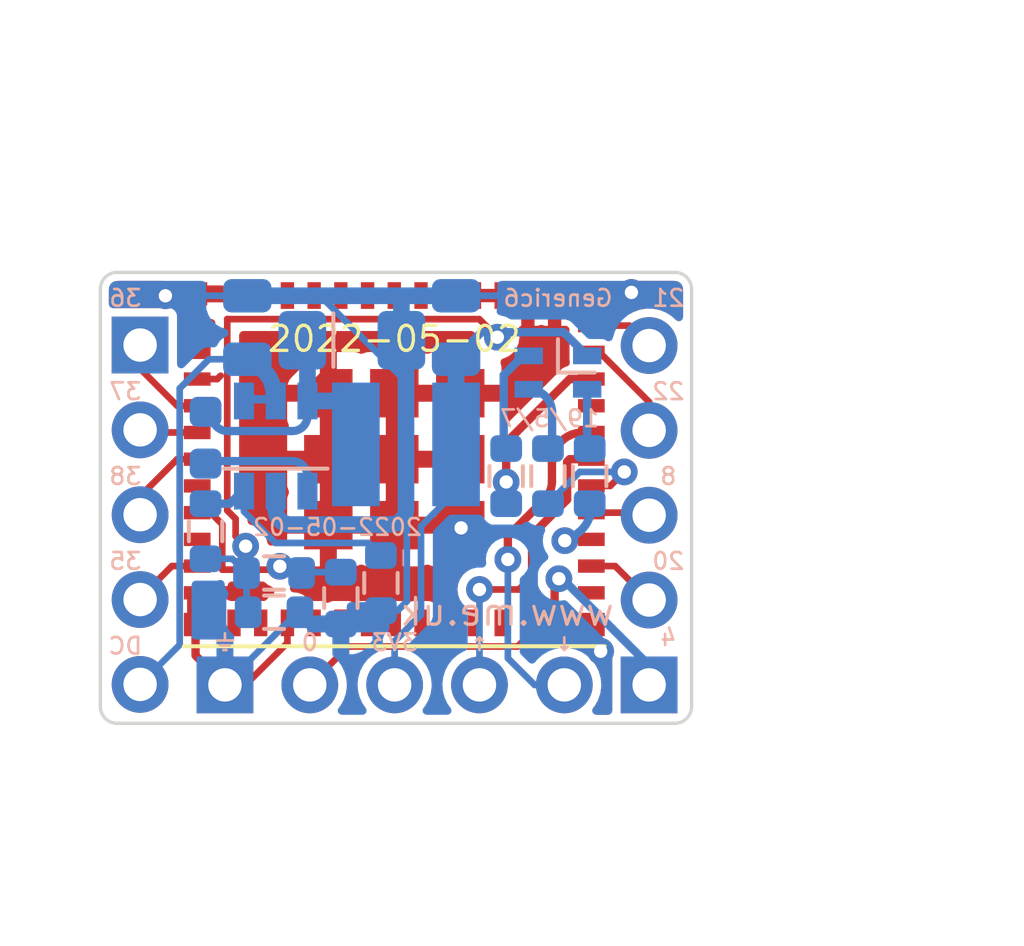
<source format=kicad_pcb>
(kicad_pcb (version 20211014) (generator pcbnew)
  (title_block (title "Generic ESP32-PICO-MINI Module") (date "${DATE}") (rev "1") (company "Adrian Kennard, Andrews & Arnold Ltd"))
  (layers (0 "F.Cu" signal) (31 "B.Cu" signal) (34 "B.Paste" user) (35 "F.Paste" user) (36 "B.SilkS" user "B.Silkscreen") (37 "F.SilkS" user "F.Silkscreen") (38 "B.Mask" user) (39 "F.Mask" user) (44 "Edge.Cuts" user))
  (property "DATE" "2022-05-02")
  (net 0 "")
  (net 1 "GND")
  (net 2 "TX")
  (net 3 "RX")
  (net 4 "Net-(D1-Pad2)")
  (net 6 "DC")
  (net 8 "EN")
  (net 11 "IO4")
  (net 13 "IO3")
  (net 14 "IO2")
  (net 16 "IO1")
  (net 17 "Net-(D1-Pad3)")
  (net 18 "Net-(D1-Pad4)")
  (net 19 "GPIO0")
  (net 20 "IO5")
  (net 24 "R")
  (net 25 "G")
  (net 26 "B")
  (net 28 "+3V3")
  (net 29 "Net-(R5-Pad2)")
  (net 33 "IO6")
  (net 34 "IO7")
  (net 35 "IO8")
  (net 36 "IO9")
  (footprint "RevK:ESP32-PICO-MINI-02" (layer "F.Cu") (at 100 44.19325)
    (fp_text reference "U1" hide)
    (fp_text value "ESP32-PICO-MINI-02")
    (fp_text user "${DATE}" (at 0 -3.6 unlocked) (layer "F.SilkS") (effects (font (size 0.75 0.75) (thickness 0.1))))
    (fp_line (start -6.3 5.6) (end 6.3 5.6) (layer "F.SilkS") (width 0.12))
    (pad "1" smd rect (at -5.9 -4) (size 0.8 0.4) (layers "F.Cu" "F.Paste" "F.Mask") (net 1 "GND"))
    (pad "2" smd rect (at -5.9 -3.2) (size 0.8 0.4) (layers "F.Cu" "F.Paste" "F.Mask") (net 1 "GND"))
    (pad "3" smd rect (at -5.9 -2.4) (size 0.8 0.4) (layers "F.Cu" "F.Paste" "F.Mask") (net 28 "+3V3"))
    (pad "4" smd rect (at -5.9 -1.6) (size 0.8 0.4) (layers "F.Cu" "F.Paste" "F.Mask") (net 33 "IO6"))
    (pad "5" smd rect (at -5.9 -0.8) (size 0.8 0.4) (layers "F.Cu" "F.Paste" "F.Mask") (net 34 "IO7"))
    (pad "6" smd rect (at -5.9 0) (size 0.8 0.4) (layers "F.Cu" "F.Paste" "F.Mask") (net 35 "IO8"))
    (pad "7" smd rect (at -5.9 0.8) (size 0.8 0.4) (layers "F.Cu" "F.Paste" "F.Mask"))
    (pad "8" smd rect (at -5.9 1.6) (size 0.8 0.4) (layers "F.Cu" "F.Paste" "F.Mask") (net 8 "EN"))
    (pad "9" smd rect (at -5.9 2.4) (size 0.8 0.4) (layers "F.Cu" "F.Paste" "F.Mask"))
    (pad "10" smd rect (at -5.9 3.2) (size 0.8 0.4) (layers "F.Cu" "F.Paste" "F.Mask") (net 36 "IO9"))
    (pad "11" smd rect (at -5.9 4) (size 0.8 0.4) (layers "F.Cu" "F.Paste" "F.Mask") (net 1 "GND"))
    (pad "12" smd rect (at -4.8 4.9) (size 0.4 0.8) (layers "F.Cu" "F.Paste" "F.Mask"))
    (pad "13" smd rect (at -4 4.9) (size 0.4 0.8) (layers "F.Cu" "F.Paste" "F.Mask"))
    (pad "14" smd rect (at -3.2 4.9) (size 0.4 0.8) (layers "F.Cu" "F.Paste" "F.Mask") (net 1 "GND"))
    (pad "15" smd rect (at -2.4 4.9) (size 0.4 0.8) (layers "F.Cu" "F.Paste" "F.Mask"))
    (pad "16" smd rect (at -1.6 4.9) (size 0.4 0.8) (layers "F.Cu" "F.Paste" "F.Mask"))
    (pad "17" smd rect (at -0.8 4.9) (size 0.4 0.8) (layers "F.Cu" "F.Paste" "F.Mask"))
    (pad "18" smd rect (at 0 4.9) (size 0.4 0.8) (layers "F.Cu" "F.Paste" "F.Mask"))
    (pad "19" smd rect (at 0.8 4.9) (size 0.4 0.8) (layers "F.Cu" "F.Paste" "F.Mask"))
    (pad "20" smd rect (at 1.6 4.9) (size 0.4 0.8) (layers "F.Cu" "F.Paste" "F.Mask"))
    (pad "21" smd rect (at 2.4 4.9) (size 0.4 0.8) (layers "F.Cu" "F.Paste" "F.Mask"))
    (pad "22" smd rect (at 3.2 4.9) (size 0.4 0.8) (layers "F.Cu" "F.Paste" "F.Mask"))
    (pad "23" smd rect (at 4 4.9) (size 0.4 0.8) (layers "F.Cu" "F.Paste" "F.Mask") (net 19 "GPIO0"))
    (pad "24" smd rect (at 4.8 4.9) (size 0.4 0.8) (layers "F.Cu" "F.Paste" "F.Mask") (net 16 "IO1"))
    (pad "25" smd rect (at 5.9 4) (size 0.8 0.4) (layers "F.Cu" "F.Paste" "F.Mask"))
    (pad "26" smd rect (at 5.9 3.2) (size 0.8 0.4) (layers "F.Cu" "F.Paste" "F.Mask") (net 14 "IO2"))
    (pad "27" smd rect (at 5.9 2.4) (size 0.8 0.4) (layers "F.Cu" "F.Paste" "F.Mask") (net 26 "B"))
    (pad "28" smd rect (at 5.9 1.6) (size 0.8 0.4) (layers "F.Cu" "F.Paste" "F.Mask") (net 13 "IO3"))
    (pad "29" smd rect (at 5.9 0.8) (size 0.8 0.4) (layers "F.Cu" "F.Paste" "F.Mask") (net 25 "G"))
    (pad "30" smd rect (at 5.9 0) (size 0.8 0.4) (layers "F.Cu" "F.Paste" "F.Mask") (net 3 "RX"))
    (pad "31" smd rect (at 5.9 -0.8) (size 0.8 0.4) (layers "F.Cu" "F.Paste" "F.Mask") (net 2 "TX"))
    (pad "32" smd rect (at 5.9 -1.6) (size 0.8 0.4) (layers "F.Cu" "F.Paste" "F.Mask"))
    (pad "33" smd rect (at 5.9 -2.4) (size 0.8 0.4) (layers "F.Cu" "F.Paste" "F.Mask") (net 24 "R"))
    (pad "34" smd rect (at 5.9 -3.2) (size 0.8 0.4) (layers "F.Cu" "F.Paste" "F.Mask") (net 11 "IO4"))
    (pad "35" smd rect (at 5.9 -4) (size 0.8 0.4) (layers "F.Cu" "F.Paste" "F.Mask") (net 20 "IO5"))
    (pad "36" smd rect (at 4.8 -4.9) (size 0.4 0.8) (layers "F.Cu" "F.Paste" "F.Mask") (net 1 "GND"))
    (pad "37" smd rect (at 4 -4.9) (size 0.4 0.8) (layers "F.Cu" "F.Paste" "F.Mask") (net 1 "GND"))
    (pad "38" smd rect (at 3.2 -4.9) (size 0.4 0.8) (layers "F.Cu" "F.Paste" "F.Mask") (net 1 "GND"))
    (pad "39" smd rect (at 2.4 -4.9) (size 0.4 0.8) (layers "F.Cu" "F.Paste" "F.Mask") (net 1 "GND"))
    (pad "40" smd rect (at 1.6 -4.9) (size 0.4 0.8) (layers "F.Cu" "F.Paste" "F.Mask") (net 1 "GND"))
    (pad "41" smd rect (at 0.8 -4.9) (size 0.4 0.8) (layers "F.Cu" "F.Paste" "F.Mask") (net 1 "GND"))
    (pad "42" smd rect (at 0 -4.9) (size 0.4 0.8) (layers "F.Cu" "F.Paste" "F.Mask") (net 1 "GND"))
    (pad "43" smd rect (at -0.8 -4.9) (size 0.4 0.8) (layers "F.Cu" "F.Paste" "F.Mask") (net 1 "GND"))
    (pad "44" smd rect (at -1.6 -4.9) (size 0.4 0.8) (layers "F.Cu" "F.Paste" "F.Mask") (net 1 "GND"))
    (pad "45" smd rect (at -2.4 -4.9) (size 0.4 0.8) (layers "F.Cu" "F.Paste" "F.Mask") (net 1 "GND"))
    (pad "46" smd rect (at -3.2 -4.9) (size 0.4 0.8) (layers "F.Cu" "F.Paste" "F.Mask") (net 1 "GND"))
    (pad "47" smd rect (at -4 -4.9) (size 0.4 0.8) (layers "F.Cu" "F.Paste" "F.Mask") (net 1 "GND"))
    (pad "48" smd rect (at -4.8 -4.9) (size 0.4 0.8) (layers "F.Cu" "F.Paste" "F.Mask") (net 1 "GND"))
    (pad "49" smd rect (at 1.975 0) (size 1.45 1.45) (layers "F.Cu" "F.Paste" "F.Mask") (net 1 "GND"))
    (pad "49" smd rect (at -1.975 0) (size 1.45 1.45) (layers "F.Cu" "F.Paste" "F.Mask") (net 1 "GND"))
    (pad "49" smd rect (at 0 0) (size 1.45 1.45) (layers "F.Cu" "F.Paste" "F.Mask") (net 1 "GND"))
    (pad "49" smd rect (at 1.975 -1.975) (size 1.45 1.45) (layers "F.Cu" "F.Paste" "F.Mask") (net 1 "GND"))
    (pad "49" smd rect (at 1.975 1.975) (size 1.45 1.45) (layers "F.Cu" "F.Paste" "F.Mask") (net 1 "GND"))
    (pad "49" smd roundrect (at -1.975 -1.975) (size 1.45 1.45) (layers "F.Cu" "F.Paste" "F.Mask") (roundrect_rratio 0) (chamfer_ratio 0.41) (chamfer top_left) (net 1 "GND"))
    (pad "49" smd rect (at 0 -1.975) (size 1.45 1.45) (layers "F.Cu" "F.Paste" "F.Mask") (net 1 "GND"))
    (pad "49" smd rect (at -1.975 1.975) (size 1.45 1.45) (layers "F.Cu" "F.Paste" "F.Mask") (net 1 "GND"))
    (pad "49" smd rect (at 0 1.975) (size 1.45 1.45) (layers "F.Cu" "F.Paste" "F.Mask") (net 1 "GND"))
    (pad "50" smd rect (at 5.95 -4.95) (size 0.7 0.7) (layers "F.Cu" "F.Paste" "F.Mask") (net 1 "GND"))
    (pad "51" smd rect (at 5.95 4.95) (size 0.7 0.7) (layers "F.Cu" "F.Paste" "F.Mask") (net 1 "GND"))
    (pad "52" smd rect (at -5.95 4.95) (size 0.7 0.7) (layers "F.Cu" "F.Paste" "F.Mask") (net 1 "GND"))
    (pad "53" smd rect (at -5.95 -4.95) (size 0.7 0.7) (layers "F.Cu" "F.Paste" "F.Mask") (net 1 "GND"))
    (zone (net 0) (net_name "") (layer "F.Cu") (connect_pads (clearance 0)) (min_thickness 0.01)
      (keepout (tracks not_allowed) (vias not_allowed) (pads not_allowed) (copperpour not_allowed) (footprints allowed))
      (fill (thermal_gap 0.508) (thermal_bridge_width 0.508))
      (polygon (pts (xy 93.4 33.19325) (xy 106.6 33.19325) (xy 106.6 38.59325) (xy 93.4 38.59325)))
    )
    (zone (net 0) (net_name "") (layer "B.Cu") (connect_pads (clearance 0)) (min_thickness 0.01)
      (keepout (tracks not_allowed) (vias not_allowed) (pads not_allowed) (copperpour not_allowed) (footprints allowed))
      (fill (thermal_gap 0.508) (thermal_bridge_width 0.508))
      (polygon (pts (xy 93.4 33.19325) (xy 106.6 33.19325) (xy 106.6 38.59325) (xy 93.4 38.59325)))
    )
  )
  (footprint "Connector_PinHeader_2.54mm:PinHeader_1x05_P2.54mm_Vertical" (layer "F.Cu") (at 92.39 40.775)
    (fp_text reference "J2" hide)
    (fp_text value "A")
    (pad "1" thru_hole rect (at 0 0) (size 1.7 1.7) (drill 1) (layers *.Cu *.Mask) (net 33 "IO6"))
    (pad "2" thru_hole oval (at 0 2.54) (size 1.7 1.7) (drill 1) (layers *.Cu *.Mask) (net 34 "IO7"))
    (pad "3" thru_hole oval (at 0 5.08) (size 1.7 1.7) (drill 1) (layers *.Cu *.Mask) (net 35 "IO8"))
    (pad "4" thru_hole oval (at 0 7.62) (size 1.7 1.7) (drill 1) (layers *.Cu *.Mask) (net 36 "IO9"))
    (pad "5" thru_hole oval (at 0 10.16) (size 1.7 1.7) (drill 1) (layers *.Cu *.Mask) (net 6 "DC"))
  )
  (footprint "Connector_PinHeader_2.54mm:PinHeader_1x05_P2.54mm_Vertical" (layer "F.Cu") (at 107.63 50.95 180)
    (fp_text reference "J3" hide)
    (fp_text value "B")
    (pad "1" thru_hole rect (at 0 0 180) (size 1.7 1.7) (drill 1) (layers *.Cu *.Mask) (net 16 "IO1"))
    (pad "2" thru_hole oval (at 0 2.54 180) (size 1.7 1.7) (drill 1) (layers *.Cu *.Mask) (net 14 "IO2"))
    (pad "3" thru_hole oval (at 0 5.08 180) (size 1.7 1.7) (drill 1) (layers *.Cu *.Mask) (net 13 "IO3"))
    (pad "4" thru_hole oval (at 0 7.62 180) (size 1.7 1.7) (drill 1) (layers *.Cu *.Mask) (net 11 "IO4"))
    (pad "5" thru_hole oval (at 0 10.16 180) (size 1.7 1.7) (drill 1) (layers *.Cu *.Mask) (net 20 "IO5"))
  )
  (footprint "RevK:Hidden" (layer "B.Cu") (at 94.45 45.15 -90)
    (fp_text reference "C4" hide)
    (fp_text value "10uF")
  )
  (footprint "RevK:R_0603" (layer "B.Cu") (at 104.6 44.7 -90)
    (fp_text reference "R2" hide)
    (fp_text value "2K")
    (fp_line (start -0.3 -0.5) (end 0.3 -0.5) (layer "B.SilkS") (width 0.12))
    (fp_line (start -0.3 0.5) (end 0.3 0.5) (layer "B.SilkS") (width 0.12))
    (pad "1" smd roundrect (at -0.825 0 270) (size 0.8 0.95) (layers "B.Cu" "B.Paste" "B.Mask") (net 17 "Net-(D1-Pad3)"))
    (pad "2" smd roundrect (at 0.825 0 270) (size 0.8 0.95) (layers "B.Cu" "B.Paste" "B.Mask") (net 25 "G"))
  )
  (footprint "RevK:C_0603" (layer "B.Cu") (at 98.4 48.35 90)
    (fp_text reference "C1" hide)
    (fp_text value "10nF")
    (fp_line (start -0.3 0.5) (end 0.3 0.5) (layer "B.SilkS") (width 0.12))
    (fp_line (start -0.3 -0.5) (end 0.3 -0.5) (layer "B.SilkS") (width 0.12))
    (pad "1" smd roundrect (at -0.775 0 90) (size 0.8 0.95) (layers "B.Cu" "B.Paste" "B.Mask") (net 1 "GND"))
    (pad "2" smd roundrect (at 0.775 0 90) (size 0.8 0.95) (layers "B.Cu" "B.Paste" "B.Mask") (net 8 "EN"))
  )
  (footprint "RevK:Hidden" (layer "B.Cu") (at 97.57 44.77)
    (fp_text reference "D2" hide)
    (fp_text value "Schottky")
  )
  (footprint "RevK:Hidden" (layer "B.Cu") (at 101.95 41.85 -90)
    (fp_text reference "C2" hide)
    (fp_text value "0.1uF")
  )
  (footprint "RevK:R_0603" (layer "B.Cu") (at 99.6 47.9 90)
    (fp_text reference "R6" hide)
    (fp_text value "30k 1% or NF")
    (fp_line (start -0.3 0.5) (end 0.3 0.5) (layer "B.SilkS") (width 0.12))
    (fp_line (start -0.3 -0.5) (end 0.3 -0.5) (layer "B.SilkS") (width 0.12))
    (pad "1" smd roundrect (at -0.825 0 90) (size 0.8 0.95) (layers "B.Cu" "B.Paste" "B.Mask") (net 1 "GND"))
    (pad "2" smd roundrect (at 0.825 0 90) (size 0.8 0.95) (layers "B.Cu" "B.Paste" "B.Mask") (net 29 "Net-(R5-Pad2)"))
  )
  (footprint "RevK:Shelly" (layer "B.Cu") (at 100.01 50.95 180)
    (fp_text reference "J1" hide)
    (fp_text value "Shelly" hide)
    (fp_text user "↓" (at -5.08 1.27 unlocked) (layer "B.SilkS") (effects (font (size 0.5 0.5) (thickness 0.08)) (justify mirror)))
    (fp_text user "0" (at 2.54 1.27 unlocked) (layer "B.SilkS") (effects (font (size 0.5 0.5) (thickness 0.08)) (justify mirror)))
    (fp_text user "3V3" (at 0 1.27 unlocked) (layer "B.SilkS") (effects (font (size 0.5 0.5) (thickness 0.08)) (justify mirror)))
    (fp_text user "⏚" (at 5.08 1.27 unlocked) (layer "B.SilkS") (effects (font (size 0.5 0.5) (thickness 0.08)) (justify mirror)))
    (fp_text user "↑" (at -2.54 1.27 unlocked) (layer "B.SilkS") (effects (font (size 0.5 0.5) (thickness 0.08)) (justify mirror)))
    (pad "1" thru_hole rect (at 5.08 0 270) (size 1.7 1.7) (drill 1) (layers *.Cu *.Mask) (net 1 "GND"))
    (pad "2" thru_hole oval (at 2.54 0 270) (size 1.7 1.7) (drill 1) (layers *.Cu *.Mask) (net 19 "GPIO0"))
    (pad "3" thru_hole oval (at 0 0 270) (size 1.7 1.7) (drill 1) (layers *.Cu *.Mask) (net 28 "+3V3"))
    (pad "4" thru_hole oval (at -2.54 0 270) (size 1.7 1.7) (drill 1) (layers *.Cu *.Mask) (net 3 "RX"))
    (pad "5" thru_hole oval (at -5.08 0 270) (size 1.7 1.7) (drill 1) (layers *.Cu *.Mask) (net 2 "TX"))
  )
  (footprint "RevK:R_0603" (layer "B.Cu") (at 103.35 44.7 -90)
    (fp_text reference "R1" hide)
    (fp_text value "680R")
    (fp_line (start -0.3 -0.5) (end 0.3 -0.5) (layer "B.SilkS") (width 0.12))
    (fp_line (start -0.3 0.5) (end 0.3 0.5) (layer "B.SilkS") (width 0.12))
    (pad "1" smd roundrect (at -0.825 0 270) (size 0.8 0.95) (layers "B.Cu" "B.Paste" "B.Mask") (net 4 "Net-(D1-Pad2)"))
    (pad "2" smd roundrect (at 0.825 0 270) (size 0.8 0.95) (layers "B.Cu" "B.Paste" "B.Mask") (net 24 "R"))
  )
  (footprint "RevK:R_0603" (layer "B.Cu") (at 105.85 44.7 -90)
    (fp_text reference "R3" hide)
    (fp_text value "220R")
    (fp_line (start -0.3 -0.5) (end 0.3 -0.5) (layer "B.SilkS") (width 0.12))
    (fp_line (start -0.3 0.5) (end 0.3 0.5) (layer "B.SilkS") (width 0.12))
    (pad "1" smd roundrect (at -0.825 0 270) (size 0.8 0.95) (layers "B.Cu" "B.Paste" "B.Mask") (net 18 "Net-(D1-Pad4)"))
    (pad "2" smd roundrect (at 0.825 0 270) (size 0.8 0.95) (layers "B.Cu" "B.Paste" "B.Mask") (net 26 "B"))
  )
  (footprint "RevK:R_0603" (layer "B.Cu") (at 96.4 47.6)
    (fp_text reference "R4" hide)
    (fp_text value "10K")
    (fp_line (start -0.3 -0.5) (end 0.3 -0.5) (layer "B.SilkS") (width 0.12))
    (fp_line (start -0.3 0.5) (end 0.3 0.5) (layer "B.SilkS") (width 0.12))
    (pad "1" smd roundrect (at -0.825 0) (size 0.8 0.95) (layers "B.Cu" "B.Paste" "B.Mask") (net 28 "+3V3"))
    (pad "2" smd roundrect (at 0.825 0) (size 0.8 0.95) (layers "B.Cu" "B.Paste" "B.Mask") (net 8 "EN"))
  )
  (footprint "RevK:Hidden" (layer "B.Cu") (at 100.7 45.15 -90)
    (fp_text reference "C3" hide)
    (fp_text value "2.2uF")
  )
  (footprint "RevK:LED-RGB-1.6x1.6" (layer "B.Cu") (at 104.9 41.6)
    (fp_text reference "D1" hide)
    (fp_text value "RGB")
    (fp_line (start 0 0) (end 0 -1) (layer "B.SilkS") (width 0.12))
    (fp_line (start 1.1 0) (end 0 0) (layer "B.SilkS") (width 0.12))
    (pad "1" smd rect (at 0.875 -0.5) (size 0.85 0.5) (layers "B.Cu" "B.Paste" "B.Mask") (net 28 "+3V3"))
    (pad "2" smd rect (at -0.875 -0.5) (size 0.85 0.5) (layers "B.Cu" "B.Paste" "B.Mask") (net 4 "Net-(D1-Pad2)"))
    (pad "3" smd rect (at -0.875 0.5) (size 0.85 0.5) (layers "B.Cu" "B.Paste" "B.Mask") (net 17 "Net-(D1-Pad3)"))
    (pad "4" smd rect (at 0.875 0.5) (size 0.85 0.5) (layers "B.Cu" "B.Paste" "B.Mask") (net 18 "Net-(D1-Pad4)"))
  )
  (footprint "RevK:C_0603" (layer "B.Cu") (at 96.4 48.775)
    (fp_text reference "C5" hide)
    (fp_text value "100nF")
    (fp_line (start -0.3 0.5) (end 0.3 0.5) (layer "B.SilkS") (width 0.12))
    (fp_line (start -0.3 -0.5) (end 0.3 -0.5) (layer "B.SilkS") (width 0.12))
    (pad "1" smd roundrect (at -0.775 0) (size 0.8 0.95) (layers "B.Cu" "B.Paste" "B.Mask") (net 28 "+3V3"))
    (pad "2" smd roundrect (at 0.775 0) (size 0.8 0.95) (layers "B.Cu" "B.Paste" "B.Mask") (net 1 "GND"))
  )
  (footprint "RevK:RegulatorBlockFB" (layer "B.Cu") (at 96.45 43.8)
    (fp_text reference "U2" hide)
    (fp_text value "LMR16006+FB")
    (fp_line (start -1.55 0.675) (end 1.55 0.675) (layer "B.SilkS") (width 0.12))
    (fp_line (start 1.725 -2.375) (end 1.725 -3.975) (layer "B.SilkS") (width 0.12))
    (pad "" smd rect (at 0.95 -2.3 270) (size 2 0.5) (layers "B.Cu") (clearance 0.2))
    (pad "" smd rect (at 0.95 1.35 270) (size 1.1 0.6) (layers "B.Cu" "B.Paste" "B.Mask") (clearance 0.2))
    (pad "" smd rect (at 2.4 -0.05 270) (size 3.7 1.425) (layers "B.Cu" "B.Mask") (clearance 0.2))
    (pad "" smd custom (at -0.475 -0.45) (size 1.95 0.25) (layers "B.Cu") (clearance 0.2) (options (clearance outline) (anchor rect)) (primitives (gr_arc (start 1.425 -0.45) (mid 1.293198 -0.131802) (end 0.975 0) (width 0.25)) (gr_arc (start -0.975 0) (mid -1.293198 -0.131802) (end -1.425 -0.45) (width 0.25))))
    (pad "" smd roundrect (at 0.7975 -3.17) (size 1.425 1.75) (layers "B.Cu" "B.Paste" "B.Mask") (roundrect_rratio 0.175) (clearance 0.2))
    (pad "" smd rect (at 1.9 -1.35) (size 2 0.5) (layers "B.Cu") (clearance 0.2))
    (pad "" smd roundrect (at -2.1 -1.025 270) (size 0.9 0.95) (layers "B.Cu" "B.Paste" "B.Mask"))
    (pad "" smd custom (at -0.8 0.45) (size 2.6 0.25) (layers "B.Cu") (clearance 0.2) (options (clearance outline) (anchor rect)) (primitives (gr_arc (start 1.3 0) (mid 1.618198 0.131802) (end 1.75 0.45) (width 0.25))))
    (pad "" smd roundrect (at -2.1 0.525 270) (size 0.9 0.95) (layers "B.Cu" "B.Paste" "B.Mask"))
    (pad "" smd rect (at 0.95 -1.35 270) (size 1.1 0.6) (layers "B.Cu" "B.Paste" "B.Mask") (clearance 0.2))
    (pad "1" smd rect (at -0.95 -1.35 270) (size 1.1 0.6) (layers "B.Cu" "B.Paste" "B.Mask") (net 6 "DC") (clearance 0.2))
    (pad "2" smd roundrect (at -0.85 -2.6 90) (size 1 1.45) (layers "B.Cu" "B.Paste" "B.Mask") (net 6 "DC") (clearance 0.2))
    (pad "2" smd rect (at 0 -1.35 270) (size 1.1 0.6) (layers "B.Cu" "B.Paste" "B.Mask") (net 6 "DC") (clearance 0.2))
    (pad "2" smd custom (at -1.06 -2.55) (size 0.1 0.1) (layers "B.Cu") (net 6 "DC") (options (clearance outline) (anchor rect)) (primitives (gr_arc (start 0.000002 0) (mid 0.707108 0.292894) (end 1 1) (width 0.5))))
    (pad "3" smd rect (at 0 1.35 270) (size 1.1 0.6) (layers "B.Cu" "B.Paste" "B.Mask") (net 1 "GND") (clearance 0.2))
    (pad "3" smd roundrect (at -0.85 -4.5 90) (size 1 1.45) (layers "B.Cu" "B.Paste" "B.Mask") (net 1 "GND"))
    (pad "3" smd roundrect (at 5.4 -4.5 90) (size 1 1.45) (layers "B.Cu" "B.Paste" "B.Mask") (net 1 "GND"))
    (pad "3" smd custom (at -1.1 -4.5) (size 0.1 0.1) (layers "B.Cu") (net 1 "GND") (clearance 0.2) (options (clearance outline) (anchor rect)) (primitives (gr_line (start 6.6 0) (end 0 0) (width 0.4999)) (gr_line (start 4.8625 1.6) (end 4.8625 0) (width 0.4999)) (gr_line (start 5 6.4) (end 5 1.6) (width 0.4999)) (gr_arc (start 5 6.4) (mid 4.868198 6.718198) (end 4.55 6.85) (width 0.4999)) (gr_line (start 1.55 6.85) (end 4.55 6.85) (width 0.4999)) (gr_arc (start 1.55 6.85) (mid 1.231802 6.718198) (end 1.1 6.4) (width 0.4999)) (gr_line (start 1.1 5.9) (end 1.1 6.4) (width 0.4999))))
    (pad "3" smd roundrect (at 3.7625 -3.17) (size 1.425 1.75) (layers "B.Cu" "B.Paste" "B.Mask") (roundrect_rratio 0.175) (net 1 "GND") (clearance 0.2))
    (pad "4" smd rect (at 5.4 -0.8) (size 0.5 4) (layers "B.Cu") (net 28 "+3V3"))
    (pad "4" smd roundrect (at 5.4 -2.6 90) (size 1 1.45) (layers "B.Cu" "B.Paste" "B.Mask") (net 28 "+3V3") (clearance 0.2))
    (pad "4" smd rect (at 5.4 -0.05 270) (size 3.7 1.425) (layers "B.Cu" "B.Mask") (net 28 "+3V3"))
    (pad "5" smd rect (at -0.95 1.35 270) (size 1.1 0.6) (layers "B.Cu" "B.Paste" "B.Mask") (net 29 "Net-(R5-Pad2)") (clearance 0.2))
  )
  (footprint "RevK:Hidden" (layer "B.Cu") (at 95.95 41.6)
    (fp_text reference "L1" hide)
    (fp_text value "6.8uH")
  )
  (footprint "RevK:R_0603" (layer "B.Cu") (at 94.35 46.35 90)
    (fp_text reference "R5" hide)
    (fp_text value "100k 1% or 0R")
    (fp_line (start -0.3 0.5) (end 0.3 0.5) (layer "B.SilkS") (width 0.12))
    (fp_line (start -0.3 -0.5) (end 0.3 -0.5) (layer "B.SilkS") (width 0.12))
    (pad "1" smd roundrect (at -0.825 0 90) (size 0.8 0.95) (layers "B.Cu" "B.Paste" "B.Mask") (net 28 "+3V3"))
    (pad "2" smd roundrect (at 0.825 0 90) (size 0.8 0.95) (layers "B.Cu" "B.Paste" "B.Mask") (net 29 "Net-(R5-Pad2)"))
  )
  (gr_line (start 108.9 39.1) (end 108.9 51.6) (layer "Edge.Cuts") (width 0.1))
  (gr_arc (start 91.2 39.1) (mid 91.346447 38.746447) (end 91.7 38.6) (layer "Edge.Cuts") (width 0.1))
  (gr_arc (start 91.7 52.1) (mid 91.346447 51.953553) (end 91.2 51.6) (layer "Edge.Cuts") (width 0.1))
  (gr_line (start 108.4 52.1) (end 91.7 52.1) (layer "Edge.Cuts") (width 0.1))
  (gr_line (start 91.2 51.6) (end 91.2 39.1) (layer "Edge.Cuts") (width 0.1))
  (gr_line (start 91.7 38.6) (end 108.4 38.6) (layer "Edge.Cuts") (width 0.1))
  (gr_arc (start 108.9 51.6) (mid 108.753553 51.953553) (end 108.4 52.1) (layer "Edge.Cuts") (width 0.1))
  (gr_arc (start 108.4 38.6) (mid 108.753553 38.746447) (end 108.9 39.1) (layer "Edge.Cuts") (width 0.1))
  (gr_text "37" (at 91.948 42.164) (layer "B.SilkS") (effects (font (size 0.5 0.5) (thickness 0.08)) (justify mirror)))
  (gr_text "DC" (at 91.948 49.784) (layer "B.SilkS") (effects (font (size 0.5 0.5) (thickness 0.08)) (justify mirror)))
  (gr_text "${DATE}" (at 98.298 46.228) (layer "B.SilkS") (effects (font (size 0.5 0.5) (thickness 0.08)) (justify mirror)))
  (gr_text "35" (at 91.948 47.244) (layer "B.SilkS") (effects (font (size 0.5 0.5) (thickness 0.08)) (justify mirror)))
  (gr_text "36" (at 91.948 39.37) (layer "B.SilkS") (effects (font (size 0.5 0.5) (thickness 0.08)) (justify mirror)))
  (gr_text "38" (at 91.948 44.704) (layer "B.SilkS") (effects (font (size 0.5 0.5) (thickness 0.08)) (justify mirror)))
  (gr_text "19/5/7" (at 104.65 42.975) (layer "B.SilkS") (effects (font (size 0.5 0.5) (thickness 0.08)) (justify mirror)))
  (gr_text "8" (at 108.204 44.704) (layer "B.SilkS") (effects (font (size 0.5 0.5) (thickness 0.08)) (justify mirror)))
  (gr_text "4" (at 108.204 49.53) (layer "B.SilkS") (effects (font (size 0.5 0.5) (thickness 0.08)) (justify mirror)))
  (gr_text "Generic6" (at 104.902 39.37) (layer "B.SilkS") (effects (font (size 0.5 0.5) (thickness 0.08)) (justify mirror)))
  (gr_text "22" (at 108.204 42.164) (layer "B.SilkS") (effects (font (size 0.5 0.5) (thickness 0.08)) (justify mirror)))
  (gr_text "20" (at 108.204 47.244) (layer "B.SilkS") (effects (font (size 0.5 0.5) (thickness 0.08)) (justify mirror)))
  (gr_text "www.me.uk" (at 103.378 48.768) (layer "B.SilkS") (effects (font (size 0.8 0.8) (thickness 0.1)) (justify mirror)))
  (gr_text "21" (at 108.204 39.37) (layer "B.SilkS") (effects (font (size 0.5 0.5) (thickness 0.08)) (justify mirror)))
  (segment (start 105.95 49.14325) (end 105.95 49.714322) (width 0.2) (layer "F.Cu") (net 1))
  (segment (start 105.95 49.714322) (end 106.178636 49.942958) (width 0.2) (layer "F.Cu") (net 1))
  (segment (start 94.05 49.14325) (end 94.05 50.02) (width 0.25) (layer "F.Cu") (net 1))
  (segment (start 94.05 50.07) (end 94.93 50.95) (width 0.25) (layer "F.Cu") (net 1))
  (segment (start 96.8 49.09325) (end 96.8 49.69325) (width 0.2) (layer "F.Cu") (net 1))
  (segment (start 96.8 49.69325) (end 95.54325 50.95) (width 0.2) (layer "F.Cu") (net 1))
  (segment (start 95.54325 50.95) (end 94.93 50.95) (width 0.2) (layer "F.Cu") (net 1))
  (via (at 107.1 39.2) (size 0.8) (drill 0.4) (layers "F.Cu" "B.Cu") (net 1))
  (via (at 93.148 39.3) (size 0.8) (drill 0.4) (layers "F.Cu" "B.Cu") (net 1))
  (via (at 106.178636 49.942958) (size 0.8) (drill 0.4) (layers "F.Cu" "B.Cu") (net 1))
  (via (at 102 46.25) (size 0.8) (drill 0.4) (layers "F.Cu" "B.Cu") (net 1))
  (segment (start 100.37452 46.92452) (end 100.37452 41.892016) (width 0.2) (layer "B.Cu") (net 1))
  (segment (start 97.175 48.775) (end 97.105 48.775) (width 0.2) (layer "B.Cu") (net 1))
  (segment (start 99.6 48.725) (end 100.1 48.725) (width 0.2) (layer "B.Cu") (net 1))
  (segment (start 95.6 39.3) (end 93.148 39.3) (width 0.2) (layer "B.Cu") (net 1))
  (segment (start 97.525 49.125) (end 97.175 48.775) (width 0.2) (layer "B.Cu") (net 1))
  (segment (start 97.105 48.775) (end 94.93 50.95) (width 0.2) (layer "B.Cu") (net 1))
  (segment (start 105.550489 49.750489) (end 104.2 48.4) (width 0.2) (layer "B.Cu") (net 1))
  (segment (start 105.986167 49.750489) (end 105.550489 49.750489) (width 0.2) (layer "B.Cu") (net 1))
  (segment (start 100.37452 46.92452) (end 100.37452 48.45048) (width 0.2) (layer "B.Cu") (net 1))
  (segment (start 104.2 48.4) (end 104.2 46.4) (width 0.2) (layer "B.Cu") (net 1))
  (segment (start 98.4 49.125) (end 97.525 49.125) (width 0.2) (layer "B.Cu") (net 1))
  (segment (start 100.37452 41.892016) (end 97.782504 39.3) (width 0.2) (layer "B.Cu") (net 1))
  (segment (start 100.1 48.725) (end 100.37452 48.45048) (width 0.2) (layer "B.Cu") (net 1))
  (segment (start 106.178636 49.942958) (end 105.986167 49.750489) (width 0.2) (layer "B.Cu") (net 1))
  (segment (start 107 39.3) (end 107.1 39.2) (width 0.2) (layer "B.Cu") (net 1))
  (segment (start 104.05 46.25) (end 102 46.25) (width 0.2) (layer "B.Cu") (net 1))
  (segment (start 104.2 46.4) (end 104.05 46.25) (width 0.2) (layer "B.Cu") (net 1))
  (segment (start 97.782504 39.3) (end 95.35 39.3) (width 0.2) (layer "B.Cu") (net 1))
  (segment (start 101.85 39.3) (end 107 39.3) (width 0.2) (layer "B.Cu") (net 1))
  (segment (start 105.647874 43.39325) (end 105.9 43.39325) (width 0.25) (layer "F.Cu") (net 2))
  (segment (start 103.4 47.194717) (end 103.4 46.50043) (width 0.25) (layer "F.Cu") (net 2))
  (segment (start 103.4 46.50043) (end 104.487715 45.412715) (width 0.25) (layer "F.Cu") (net 2))
  (segment (start 104.720562 44.850573) (end 104.720562 44.320562) (width 0.25) (layer "F.Cu") (net 2))
  (via (at 103.4 47.194717) (size 0.8) (drill 0.4) (layers "F.Cu" "B.Cu") (net 2))
  (arc (start 104.720562 44.320562) (mid 104.992165 43.664853) (end 105.647874 43.39325) (width 0.25) (layer "F.Cu") (net 2))
  (arc (start 104.487715 45.412715) (mid 104.660047 45.154802) (end 104.720562 44.850573) (width 0.25) (layer "F.Cu") (net 2))
  (segment (start 104.2 50.95) (end 105.09 50.95) (width 0.2) (layer "B.Cu") (net 2))
  (segment (start 103.4 50.15) (end 104.2 50.95) (width 0.2) (layer "B.Cu") (net 2))
  (segment (start 103.4 47.194717) (end 103.4 50.15) (width 0.2) (layer "B.Cu") (net 2))
  (segment (start 104.124501 47.700099) (end 104.124501 46.454463) (width 0.25) (layer "F.Cu") (net 3))
  (segment (start 105.175489 44.267761) (end 105.25 44.19325) (width 0.25) (layer "F.Cu") (net 3))
  (segment (start 105.175489 45.403475) (end 105.175489 44.267761) (width 0.25) (layer "F.Cu") (net 3))
  (segment (start 105.25 44.19325) (end 105.9 44.19325) (width 0.25) (layer "F.Cu") (net 3))
  (segment (start 104.124501 46.454463) (end 105.175489 45.403475) (width 0.25) (layer "F.Cu") (net 3))
  (segment (start 102.55 48.093748) (end 103.730852 48.093748) (width 0.2) (layer "F.Cu") (net 3))
  (segment (start 103.730852 48.093748) (end 104.124501 47.700099) (width 0.2) (layer "F.Cu") (net 3))
  (via (at 102.55 48.093748) (size 0.8) (drill 0.4) (layers "F.Cu" "B.Cu") (net 3))
  (segment (start 102.55 50.95) (end 102.55 48.093748) (width 0.2) (layer "B.Cu") (net 3))
  (segment (start 103.275489 43.800489) (end 103.35 43.875) (width 0.25) (layer "B.Cu") (net 4))
  (segment (start 103.275489 41.674511) (end 103.275489 43.800489) (width 0.25) (layer "B.Cu") (net 4))
  (segment (start 104.025 41.1) (end 103.85 41.1) (width 0.25) (layer "B.Cu") (net 4))
  (segment (start 103.85 41.1) (end 103.275489 41.674511) (width 0.25) (layer "B.Cu") (net 4))
  (segment (start 95.5 42.4) (end 96.45 42.4) (width 0.25) (layer "B.Cu") (net 6))
  (segment (start 93.57548 42.07452) (end 93.57548 49.74952) (width 0.2) (layer "B.Cu") (net 6))
  (segment (start 95.6 41.2) (end 94.45 41.2) (width 0.2) (layer "B.Cu") (net 6))
  (segment (start 93.57548 49.74952) (end 92.39 50.935) (width 0.2) (layer "B.Cu") (net 6))
  (segment (start 94.45 41.2) (end 93.57548 42.07452) (width 0.2) (layer "B.Cu") (net 6))
  (segment (start 96.5745 47.4) (end 96.4745 47.5) (width 0.2) (layer "F.Cu") (net 8))
  (segment (start 96.4745 47.5) (end 94.85 47.5) (width 0.2) (layer "F.Cu") (net 8))
  (segment (start 94.85 46.144228) (end 94.499022 45.79325) (width 0.2) (layer "F.Cu") (net 8))
  (segment (start 94.499022 45.79325) (end 94.1 45.79325) (width 0.2) (layer "F.Cu") (net 8))
  (segment (start 94.85 47.5) (end 94.85 46.144228) (width 0.2) (layer "F.Cu") (net 8))
  (via (at 96.5745 47.4) (size 0.8) (drill 0.4) (layers "F.Cu" "B.Cu") (net 8))
  (segment (start 97.25 47.575) (end 97.225 47.6) (width 0.2) (layer "B.Cu") (net 8))
  (segment (start 98.4 47.575) (end 97.25 47.575) (width 0.2) (layer "B.Cu") (net 8))
  (segment (start 96.7745 47.6) (end 96.5745 47.4) (width 0.2) (layer "B.Cu") (net 8))
  (segment (start 97.225 47.6) (end 96.7745 47.6) (width 0.2) (layer "B.Cu") (net 8))
  (segment (start 106.14325 40.99325) (end 107.63 42.48) (width 0.2) (layer "F.Cu") (net 11))
  (segment (start 107.63 42.48) (end 107.63 43.33) (width 0.2) (layer "F.Cu") (net 11))
  (segment (start 105.9 40.99325) (end 106.14325 40.99325) (width 0.2) (layer "F.Cu") (net 11))
  (segment (start 105.9 45.79325) (end 107.55325 45.79325) (width 0.2) (layer "F.Cu") (net 13))
  (segment (start 107.55325 45.79325) (end 107.63 45.87) (width 0.2) (layer "F.Cu") (net 13))
  (segment (start 105.9 47.39325) (end 106.61325 47.39325) (width 0.2) (layer "F.Cu") (net 14))
  (segment (start 106.61325 47.39325) (end 107.63 48.41) (width 0.2) (layer "F.Cu") (net 14))
  (segment (start 104.8 49.09325) (end 104.8 47.899276) (width 0.25) (layer "F.Cu") (net 16))
  (segment (start 104.8 47.899276) (end 104.92765 47.771626) (width 0.25) (layer "F.Cu") (net 16))
  (via (at 104.92765 47.771626) (size 0.8) (drill 0.4) (layers "F.Cu" "B.Cu") (net 16))
  (segment (start 105.031904 47.771626) (end 107.63 50.369722) (width 0.25) (layer "B.Cu") (net 16))
  (segment (start 107.63 50.369722) (end 107.63 50.9) (width 0.25) (layer "B.Cu") (net 16))
  (segment (start 104.92765 47.771626) (end 105.031904 47.771626) (width 0.25) (layer "B.Cu") (net 16))
  (segment (start 104.725 42.8) (end 104.725 43.65) (width 0.25) (layer "B.Cu") (net 17))
  (arc (start 104.8 43.65) (mid 104.726777 43.826777) (end 104.55 43.9) (width 0.25) (layer "B.Cu") (net 17))
  (arc (start 104.025 42.1) (mid 104.519975 42.305025) (end 104.725 42.8) (width 0.25) (layer "B.Cu") (net 17))
  (segment (start 105.775 42.1) (end 105.775 43.75) (width 0.25) (layer "B.Cu") (net 18))
  (arc (start 105.85 43.75) (mid 105.886612 43.838388) (end 105.975 43.875) (width 0.25) (layer "B.Cu") (net 18))
  (segment (start 97.47 50.95) (end 98.619511 49.800489) (width 0.2) (layer "F.Cu") (net 19))
  (segment (start 104 49.492272) (end 104 49.09325) (width 0.2) (layer "F.Cu") (net 19))
  (segment (start 103.691783 49.800489) (end 104 49.492272) (width 0.2) (layer "F.Cu") (net 19))
  (segment (start 98.619511 49.800489) (end 103.691783 49.800489) (width 0.2) (layer "F.Cu") (net 19))
  (segment (start 107.03325 40.19325) (end 107.63 40.79) (width 0.2) (layer "F.Cu") (net 20))
  (segment (start 105.9 40.19325) (end 107.03325 40.19325) (width 0.2) (layer "F.Cu") (net 20))
  (segment (start 105.25 41.79325) (end 103.35 43.69325) (width 0.25) (layer "F.Cu") (net 24))
  (segment (start 103.35 43.69325) (end 103.35 44.8745) (width 0.25) (layer "F.Cu") (net 24))
  (segment (start 105.9 41.79325) (end 105.25 41.79325) (width 0.25) (layer "F.Cu") (net 24))
  (via (at 103.35 44.8745) (size 0.8) (drill 0.4) (layers "F.Cu" "B.Cu") (net 24))
  (segment (start 103.35 44.8745) (end 103.35 45.525) (width 0.25) (layer "B.Cu") (net 24))
  (segment (start 106.466324 44.99325) (end 106.885737 44.573837) (width 0.2) (layer "F.Cu") (net 25))
  (segment (start 105.9 44.99325) (end 106.466324 44.99325) (width 0.2) (layer "F.Cu") (net 25))
  (via (at 106.885737 44.573837) (size 0.8) (drill 0.4) (layers "F.Cu" "B.Cu") (net 25))
  (segment (start 106.885054 44.57452) (end 105.55048 44.57452) (width 0.2) (layer "B.Cu") (net 25))
  (segment (start 105.55048 44.57452) (end 104.6 45.525) (width 0.2) (layer "B.Cu") (net 25))
  (segment (start 106.885737 44.573837) (end 106.885054 44.57452) (width 0.2) (layer "B.Cu") (net 25))
  (segment (start 105.9 46.59325) (end 105.143483 46.59325) (width 0.25) (layer "F.Cu") (net 26))
  (segment (start 105.143483 46.59325) (end 105.104749 46.631984) (width 0.25) (layer "F.Cu") (net 26))
  (via (at 105.104749 46.631984) (size 0.8) (drill 0.4) (layers "F.Cu" "B.Cu") (net 26))
  (segment (start 105.191127 46.559717) (end 105.177016 46.559717) (width 0.25) (layer "B.Cu") (net 26))
  (segment (start 105.975 45.6) (end 105.975 45.525) (width 0.25) (layer "B.Cu") (net 26))
  (segment (start 105.177016 46.559717) (end 105.104749 46.631984) (width 0.25) (layer "B.Cu") (net 26))
  (arc (start 105.9 45.6) (mid 105.703208 46.1957) (end 105.191127 46.559717) (width 0.25) (layer "B.Cu") (net 26))
  (segment (start 95.249511 45.978746) (end 95.249511 46.497461) (width 0.2) (layer "F.Cu") (net 28))
  (segment (start 102.544373 40) (end 95 40) (width 0.2) (layer "F.Cu") (net 28))
  (segment (start 94.1 41.79325) (end 94.7 41.79325) (width 0.2) (layer "F.Cu") (net 28))
  (segment (start 94.999511 40.000489) (end 94.999511 45.728745) (width 0.2) (layer "F.Cu") (net 28))
  (segment (start 94.7 41.79325) (end 94.8 41.69325) (width 0.2) (layer "F.Cu") (net 28))
  (segment (start 95 40) (end 94.999511 40.000489) (width 0.2) (layer "F.Cu") (net 28))
  (segment (start 94.999511 45.728745) (end 95.249511 45.978746) (width 0.2) (layer "F.Cu") (net 28))
  (segment (start 103.085932 40.541559) (end 102.544373 40) (width 0.2) (layer "F.Cu") (net 28))
  (segment (start 95.249511 46.497461) (end 95.5495 46.79745) (width 0.2) (layer "F.Cu") (net 28))
  (via (at 95.5495 46.79745) (size 0.8) (drill 0.4) (layers "F.Cu" "B.Cu") (net 28))
  (via (at 103.085932 40.541559) (size 0.8) (drill 0.4) (layers "F.Cu" "B.Cu") (net 28))
  (segment (start 94.35 47.175) (end 95.15 47.175) (width 0.2) (layer "B.Cu") (net 28))
  (segment (start 100.01 49.64) (end 100.8 48.85) (width 0.2) (layer "B.Cu") (net 28))
  (segment (start 100.8 46.2) (end 101.85 45.15) (width 0.2) (layer "B.Cu") (net 28))
  (segment (start 95.5495 46.79745) (end 95.5495 47.5745) (width 0.2) (layer "B.Cu") (net 28))
  (segment (start 95.5495 47.5745) (end 95.575 47.6) (width 0.2) (layer "B.Cu") (net 28))
  (segment (start 102.608616 40.391384) (end 105.066384 40.391384) (width 0.25) (layer "B.Cu") (net 28))
  (segment (start 95.575 48.725) (end 95.625 48.775) (width 0.2) (layer "B.Cu") (net 28))
  (segment (start 102.608616 40.391384) (end 101.85 41.15) (width 0.25) (layer "B.Cu") (net 28))
  (segment (start 95.575 47.6) (end 95.575 48.725) (width 0.2) (layer "B.Cu") (net 28))
  (segment (start 105.066384 40.391384) (end 105.775 41.1) (width 0.25) (layer "B.Cu") (net 28))
  (segment (start 95.15 47.175) (end 95.575 47.6) (width 0.2) (layer "B.Cu") (net 28))
  (segment (start 100.8 48.85) (end 100.8 46.2) (width 0.2) (layer "B.Cu") (net 28))
  (segment (start 100.01 50.95) (end 100.01 49.64) (width 0.2) (layer "B.Cu") (net 28))
  (segment (start 101.85 45.15) (end 101.85 43.75) (width 0.2) (layer "B.Cu") (net 28))
  (segment (start 96.441794 46.700499) (end 99.225499 46.700499) (width 0.2) (layer "B.Cu") (net 29))
  (segment (start 95.075 45.525) (end 95.5 45.1) (width 0.25) (layer "B.Cu") (net 29))
  (segment (start 99.225499 46.700499) (end 99.6 47.075) (width 0.2) (layer "B.Cu") (net 29))
  (segment (start 95.5 45.15) (end 95.5 45.758705) (width 0.2) (layer "B.Cu") (net 29))
  (segment (start 94.35 45.525) (end 95.075 45.525) (width 0.25) (layer "B.Cu") (net 29))
  (segment (start 95.5 45.758705) (end 96.441794 46.700499) (width 0.2) (layer "B.Cu") (net 29))
  (segment (start 92.39 41.48325) (end 92.39 40.725) (width 0.2) (layer "F.Cu") (net 33))
  (segment (start 93.5 42.59325) (end 92.39 41.48325) (width 0.2) (layer "F.Cu") (net 33))
  (segment (start 94.1 42.59325) (end 93.5 42.59325) (width 0.2) (layer "F.Cu") (net 33))
  (segment (start 92.51825 43.39325) (end 92.39 43.265) (width 0.2) (layer "F.Cu") (net 34))
  (segment (start 94.1 43.39325) (end 92.51825 43.39325) (width 0.2) (layer "F.Cu") (net 34))
  (segment (start 93.5 44.19325) (end 92.39 45.30325) (width 0.2) (layer "F.Cu") (net 35))
  (segment (start 92.39 45.30325) (end 92.39 45.805) (width 0.2) (layer "F.Cu") (net 35))
  (segment (start 94.1 44.19325) (end 93.5 44.19325) (width 0.2) (layer "F.Cu") (net 35))
  (segment (start 94.1 47.39325) (end 93.34175 47.39325) (width 0.2) (layer "F.Cu") (net 36))
  (segment (start 93.34175 47.39325) (end 92.39 48.345) (width 0.2) (layer "F.Cu") (net 36))
  (zone (net 1) (net_name "GND") (layers F&B.Cu) (connect_pads (clearance 0.254)) (min_thickness 0.254) (fill yes (thermal_gap 0.508) (thermal_bridge_width 0.508))
    (polygon (pts (xy 108.9 52.1) (xy 91.2 52.1) (xy 91.2 38.6) (xy 108.9 38.6)))
  )
)
</source>
